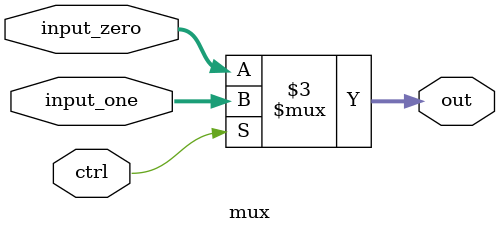
<source format=v>
/*
parameterized mux module

inputs:
  - ctrl: decides which input to pass to out
  - input_zero: this input will be passed out if ctrl is 0
  - input_one: this input will be passed out if ctrl is 1

outputs:
  - out: either input_zero or input_one depending on ctrl
*/
module mux(
  input wire ctrl,
  input wire [SIZE:0] input_zero,
  input wire [SIZE:0] input_one,
  output reg [SIZE:0] out);

  //assume size is 31 unless otherwise specified
  parameter SIZE = 31;

  always @(*)
    begin
      out = (ctrl == 0 ? input_zero : input_one);
    end
endmodule

</source>
